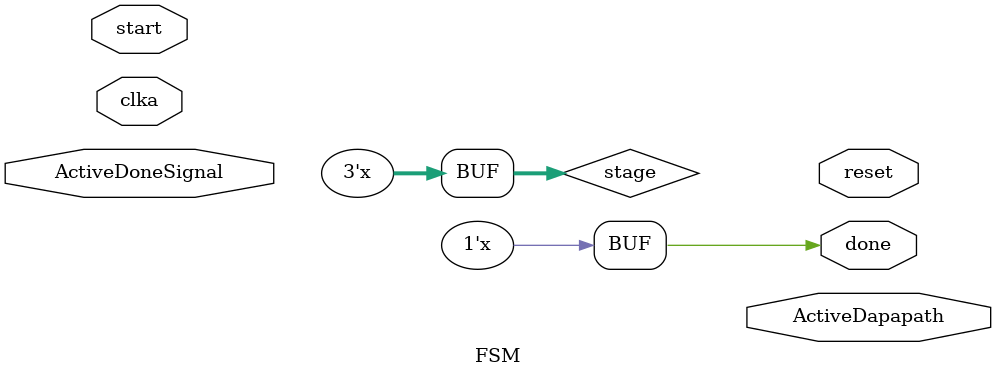
<source format=v>
`timescale 1ns / 1ps
module FSM(start, ActiveDapapath,done, clka, ActiveDoneSignal, reset);
//control the inputs
input start, clka;
input ActiveDoneSignal;

output reg ActiveDapapath, done, reset;


//---------------------------VARIABLES HACER LOS ESTADOS------------------------------
//para guardar los estados
reg [2:0]stage;


//STAGES
parameter S0 = 0;//Cuando esta encendidp
parameter S1 = 1;//Cuando esta apagado
parameter S2 = 2; //Estatico, es decir, luego de un estado siempre vuelve a este y este es el que determina el siguiente estado
//--------------------------------------------------------------------------

//Fire on Clk
always @(posedge clka)
    begin
        //si se preciona el reset, ira al primer estado
        if(start)
            stage = S0;
            //si no seguira en el loop de los estados
        else
             stage = S1;
        
    end
    
always @ (*)begin

    case(stage)
        //START PRENDIDO
         S0:begin
            ActiveDapapath <= start;
            reset <= 0;
            stage = S2;
          
         end
         //START APAGADO
         S1:begin
             reset <= 1;
             ActiveDapapath  <= 0;
             stage = S2;
         end
         //Estado de verificacion
         S2:begin
            if(ActiveDoneSignal)
                 done = 1;
              else 
                 done = 0; 
                 
                 
            if(start)
                stage = S0;
            else
                stage = S1;
         end
     endcase
    end
endmodule
</source>
